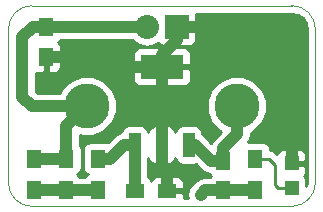
<source format=gtl>
G04 #@! TF.FileFunction,Copper,L1,Top,Signal*
%FSLAX46Y46*%
G04 Gerber Fmt 4.6, Leading zero omitted, Abs format (unit mm)*
G04 Created by KiCad (PCBNEW 0.201506162246+5763~23~ubuntu14.10.1-product) date Thu Jun 18 16:41:26 2015*
%MOMM*%
G01*
G04 APERTURE LIST*
%ADD10C,0.100000*%
%ADD11R,2.032000X2.032000*%
%ADD12O,2.032000X2.032000*%
%ADD13R,3.657600X2.032000*%
%ADD14R,1.016000X2.032000*%
%ADD15R,1.300000X1.500000*%
%ADD16R,1.500000X1.300000*%
%ADD17R,1.198880X1.198880*%
%ADD18R,1.250000X1.500000*%
%ADD19C,3.800000*%
%ADD20C,0.600000*%
%ADD21C,1.000000*%
%ADD22C,0.250000*%
%ADD23C,0.254000*%
G04 APERTURE END LIST*
D10*
X113000000Y-106500000D02*
X113000000Y-93500000D01*
X89000000Y-108500000D02*
X111000000Y-108500000D01*
X87000000Y-93500000D02*
X87000000Y-106500000D01*
X111000000Y-91500000D02*
X89000000Y-91500000D01*
X113000000Y-93500000D02*
G75*
G03X111000000Y-91500000I-2000000J0D01*
G01*
X111000000Y-108500000D02*
G75*
G03X113000000Y-106500000I0J2000000D01*
G01*
X87000000Y-106500000D02*
G75*
G03X89000000Y-108500000I2000000J0D01*
G01*
X89000000Y-91500000D02*
G75*
G03X87000000Y-93500000I0J-2000000D01*
G01*
D11*
X101270000Y-93300000D03*
D12*
X98730000Y-93300000D03*
D13*
X100000000Y-96698000D03*
D14*
X100000000Y-103302000D03*
X102286000Y-103302000D03*
X97714000Y-103302000D03*
D15*
X107900000Y-107150000D03*
X107900000Y-104450000D03*
X89200000Y-104450000D03*
X89200000Y-107150000D03*
X91900000Y-104450000D03*
X91900000Y-107150000D03*
X94600000Y-107150000D03*
X94600000Y-104450000D03*
D16*
X100450000Y-107200000D03*
X97750000Y-107200000D03*
D17*
X111000000Y-104850980D03*
X111000000Y-106949020D03*
D18*
X90200000Y-95850000D03*
X90200000Y-93350000D03*
X105200000Y-104650000D03*
X105200000Y-107150000D03*
D19*
X106350000Y-100000000D03*
X93650000Y-100000000D03*
D20*
X103300000Y-107500000D03*
D21*
X105200000Y-104650000D02*
X105200000Y-103600000D01*
X105200000Y-103600000D02*
X106400000Y-102400000D01*
X106400000Y-102400000D02*
X106400000Y-100000000D01*
X102286000Y-103302000D02*
X102802000Y-103302000D01*
X104150000Y-104650000D02*
X105200000Y-104650000D01*
X102802000Y-103302000D02*
X104150000Y-104650000D01*
X105200000Y-107150000D02*
X103650000Y-107150000D01*
X103650000Y-107150000D02*
X103300000Y-107500000D01*
X91900000Y-104450000D02*
X91900000Y-101700000D01*
X91900000Y-101700000D02*
X93600000Y-100000000D01*
X89200000Y-104450000D02*
X91900000Y-104450000D01*
X90200000Y-93350000D02*
X89050000Y-93350000D01*
X89050000Y-93350000D02*
X88200000Y-94200000D01*
X88200000Y-94200000D02*
X88200000Y-99200000D01*
X88200000Y-99200000D02*
X89000000Y-100000000D01*
X89000000Y-100000000D02*
X93600000Y-100000000D01*
X98730000Y-93300000D02*
X90250000Y-93300000D01*
X90250000Y-93300000D02*
X90200000Y-93350000D01*
X105200000Y-107150000D02*
X107900000Y-107150000D01*
X100000000Y-103302000D02*
X100000000Y-105000000D01*
X100450000Y-105450000D02*
X100450000Y-107200000D01*
X100000000Y-105000000D02*
X100450000Y-105450000D01*
X90200000Y-95850000D02*
X94950000Y-95850000D01*
X95798000Y-96698000D02*
X100000000Y-96698000D01*
X94950000Y-95850000D02*
X95798000Y-96698000D01*
X111000000Y-104850980D02*
X111000000Y-98100000D01*
X106200000Y-93300000D02*
X101270000Y-93300000D01*
X111000000Y-98100000D02*
X106200000Y-93300000D01*
X101270000Y-93300000D02*
X101270000Y-94430000D01*
X101270000Y-94430000D02*
X100000000Y-95700000D01*
X100000000Y-95700000D02*
X100000000Y-96698000D01*
X100000000Y-96698000D02*
X100000000Y-103302000D01*
D22*
X107900000Y-104450000D02*
X109050000Y-104450000D01*
X109849020Y-106949020D02*
X111000000Y-106949020D01*
X109600000Y-106700000D02*
X109849020Y-106949020D01*
X109600000Y-105000000D02*
X109600000Y-106700000D01*
X109050000Y-104450000D02*
X109600000Y-105000000D01*
D21*
X97714000Y-103302000D02*
X97714000Y-107164000D01*
X97714000Y-107164000D02*
X97750000Y-107200000D01*
X94600000Y-104450000D02*
X95650000Y-104450000D01*
X96798000Y-103302000D02*
X97714000Y-103302000D01*
X95650000Y-104450000D02*
X96798000Y-103302000D01*
X91900000Y-107150000D02*
X94600000Y-107150000D01*
X89200000Y-107150000D02*
X91900000Y-107150000D01*
D23*
G36*
X111498094Y-92297497D02*
X111498094Y-92297497D01*
X111920357Y-92579643D01*
X112202503Y-93001906D01*
X112315000Y-93567466D01*
X112315000Y-106432534D01*
X112246880Y-106774996D01*
X112246880Y-106349580D01*
X112199903Y-106107457D01*
X112060113Y-105894653D01*
X112056005Y-105891880D01*
X112137767Y-105810118D01*
X112234440Y-105576729D01*
X112234440Y-105136730D01*
X112075690Y-104977980D01*
X111127000Y-104977980D01*
X111127000Y-104997980D01*
X110873000Y-104997980D01*
X110873000Y-104977980D01*
X110853000Y-104977980D01*
X110853000Y-104723980D01*
X110873000Y-104723980D01*
X110873000Y-103775290D01*
X110714250Y-103616540D01*
X111285750Y-103616540D01*
X111127000Y-103775290D01*
X111127000Y-104723980D01*
X112075690Y-104723980D01*
X112234440Y-104565230D01*
X112234440Y-104125231D01*
X112137767Y-103891842D01*
X111959139Y-103713213D01*
X111725750Y-103616540D01*
X111285750Y-103616540D01*
X110714250Y-103616540D01*
X110714250Y-103616540D01*
X110274250Y-103616540D01*
X110040861Y-103713213D01*
X109862233Y-103891842D01*
X109775657Y-104100855D01*
X109587401Y-103912599D01*
X109340839Y-103747852D01*
X109197440Y-103719328D01*
X109197440Y-103700000D01*
X109150463Y-103457877D01*
X109010673Y-103245073D01*
X108799640Y-103102623D01*
X108550000Y-103052560D01*
X107302797Y-103052560D01*
X107448603Y-102834346D01*
X107535000Y-102400000D01*
X107535000Y-102253242D01*
X107784086Y-102150322D01*
X108497816Y-101437837D01*
X108884559Y-100506455D01*
X108885439Y-99497969D01*
X108500322Y-98565914D01*
X107787837Y-97852184D01*
X106856455Y-97465441D01*
X105847969Y-97464561D01*
X104915914Y-97849678D01*
X104202184Y-98562163D01*
X103815441Y-99493545D01*
X103814561Y-100502031D01*
X104199678Y-101434086D01*
X104912163Y-102147816D01*
X105007475Y-102187393D01*
X104397434Y-102797434D01*
X104199218Y-103094086D01*
X103604566Y-102499434D01*
X103553032Y-102465000D01*
X103441440Y-102390437D01*
X103441440Y-102286000D01*
X103394463Y-102043877D01*
X103254673Y-101831073D01*
X103043640Y-101688623D01*
X102794000Y-101638560D01*
X101778000Y-101638560D01*
X101535877Y-101685537D01*
X101323073Y-101825327D01*
X101180623Y-102036360D01*
X101143000Y-102223968D01*
X101143000Y-102159690D01*
X101046327Y-101926301D01*
X100867698Y-101747673D01*
X100634309Y-101651000D01*
X100285750Y-101651000D01*
X100127000Y-101809750D01*
X100127000Y-103175000D01*
X100147000Y-103175000D01*
X100147000Y-103429000D01*
X100127000Y-103429000D01*
X100127000Y-104794250D01*
X100285750Y-104953000D01*
X100634309Y-104953000D01*
X100867698Y-104856327D01*
X101046327Y-104677699D01*
X101143000Y-104444310D01*
X101143000Y-104382117D01*
X101177537Y-104560123D01*
X101317327Y-104772927D01*
X101528360Y-104915377D01*
X101778000Y-104965440D01*
X102794000Y-104965440D01*
X102849533Y-104954665D01*
X103347434Y-105452566D01*
X103715654Y-105698603D01*
X104056126Y-105766327D01*
X104114327Y-105854927D01*
X104180529Y-105899614D01*
X104120073Y-105939327D01*
X104068993Y-106015000D01*
X103650000Y-106015000D01*
X103215654Y-106101397D01*
X102997936Y-106246872D01*
X102847434Y-106347434D01*
X102497434Y-106697434D01*
X102251397Y-107065655D01*
X102165000Y-107500000D01*
X102227658Y-107815000D01*
X101835000Y-107815000D01*
X101835000Y-107485750D01*
X101676250Y-107327000D01*
X100577000Y-107327000D01*
X100577000Y-107347000D01*
X100323000Y-107347000D01*
X100323000Y-107327000D01*
X100303000Y-107327000D01*
X100303000Y-107073000D01*
X100323000Y-107073000D01*
X100323000Y-106073750D01*
X100164250Y-105915000D01*
X100735750Y-105915000D01*
X100577000Y-106073750D01*
X100577000Y-107073000D01*
X101676250Y-107073000D01*
X101835000Y-106914250D01*
X101835000Y-106423690D01*
X101738327Y-106190301D01*
X101559698Y-106011673D01*
X101326309Y-105915000D01*
X100735750Y-105915000D01*
X100164250Y-105915000D01*
X100164250Y-105915000D01*
X99573691Y-105915000D01*
X99340302Y-106011673D01*
X99161673Y-106190301D01*
X99104453Y-106328442D01*
X99100463Y-106307877D01*
X98960673Y-106095073D01*
X98849000Y-106019692D01*
X98849000Y-104419924D01*
X98857000Y-104380032D01*
X98857000Y-104444310D01*
X98953673Y-104677699D01*
X99132302Y-104856327D01*
X99365691Y-104953000D01*
X99714250Y-104953000D01*
X99873000Y-104794250D01*
X99873000Y-103429000D01*
X99853000Y-103429000D01*
X99853000Y-103175000D01*
X99873000Y-103175000D01*
X99873000Y-101809750D01*
X99714250Y-101651000D01*
X99365691Y-101651000D01*
X99132302Y-101747673D01*
X98953673Y-101926301D01*
X98857000Y-102159690D01*
X98857000Y-102221883D01*
X98822463Y-102043877D01*
X98682673Y-101831073D01*
X98471640Y-101688623D01*
X98222000Y-101638560D01*
X97206000Y-101638560D01*
X96963877Y-101685537D01*
X96751073Y-101825327D01*
X96608623Y-102036360D01*
X96573468Y-102211662D01*
X96363654Y-102253397D01*
X96046968Y-102465000D01*
X95995434Y-102499434D01*
X95410184Y-103084684D01*
X95250000Y-103052560D01*
X93950000Y-103052560D01*
X93707877Y-103099537D01*
X93495073Y-103239327D01*
X93352623Y-103450360D01*
X93302560Y-103700000D01*
X93302560Y-105200000D01*
X93349537Y-105442123D01*
X93489327Y-105654927D01*
X93700360Y-105797377D01*
X93709531Y-105799216D01*
X93707877Y-105799537D01*
X93495073Y-105939327D01*
X93443993Y-106015000D01*
X93056608Y-106015000D01*
X93010673Y-105945073D01*
X92799640Y-105802623D01*
X92790469Y-105800784D01*
X92792123Y-105800463D01*
X93004927Y-105660673D01*
X93147377Y-105449640D01*
X93197440Y-105200000D01*
X93197440Y-103700000D01*
X93150463Y-103457877D01*
X93035000Y-103282106D01*
X93035000Y-102489487D01*
X93143545Y-102534559D01*
X94152031Y-102535439D01*
X95084086Y-102150322D01*
X95797816Y-101437837D01*
X96184559Y-100506455D01*
X96185439Y-99497969D01*
X95800322Y-98565914D01*
X95087837Y-97852184D01*
X94156455Y-97465441D01*
X93147969Y-97464561D01*
X92215914Y-97849678D01*
X91502184Y-98562163D01*
X91376435Y-98865000D01*
X89470132Y-98865000D01*
X89335000Y-98729868D01*
X89335000Y-97187908D01*
X89448690Y-97235000D01*
X89914250Y-97235000D01*
X90073000Y-97076250D01*
X90073000Y-95977000D01*
X90327000Y-95977000D01*
X90327000Y-97076250D01*
X90485750Y-97235000D01*
X90951310Y-97235000D01*
X91184699Y-97138327D01*
X91363327Y-96959698D01*
X91419120Y-96825000D01*
X97694950Y-96825000D01*
X97536200Y-96983750D01*
X97536200Y-97840310D01*
X97632873Y-98073699D01*
X97811502Y-98252327D01*
X98044891Y-98349000D01*
X99714250Y-98349000D01*
X99873000Y-98190250D01*
X99873000Y-96825000D01*
X100127000Y-96825000D01*
X100127000Y-98190250D01*
X100285750Y-98349000D01*
X101955109Y-98349000D01*
X102188498Y-98252327D01*
X102367127Y-98073699D01*
X102463800Y-97840310D01*
X102463800Y-96983750D01*
X102305050Y-96825000D01*
X100127000Y-96825000D01*
X99873000Y-96825000D01*
X99873000Y-96825000D01*
X97694950Y-96825000D01*
X91419120Y-96825000D01*
X91460000Y-96726309D01*
X91460000Y-96135750D01*
X91301250Y-95977000D01*
X90327000Y-95977000D01*
X90073000Y-95977000D01*
X90073000Y-95977000D01*
X90053000Y-95977000D01*
X90053000Y-95723000D01*
X90073000Y-95723000D01*
X90073000Y-95703000D01*
X90327000Y-95703000D01*
X90327000Y-95723000D01*
X91301250Y-95723000D01*
X91460000Y-95564250D01*
X91460000Y-95047000D01*
X98044891Y-95047000D01*
X97811502Y-95143673D01*
X97632873Y-95322301D01*
X97536200Y-95555690D01*
X97536200Y-96412250D01*
X97694950Y-96571000D01*
X99873000Y-96571000D01*
X99873000Y-95205750D01*
X99714250Y-95047000D01*
X100285750Y-95047000D01*
X100127000Y-95205750D01*
X100127000Y-96571000D01*
X102305050Y-96571000D01*
X102463800Y-96412250D01*
X102463800Y-95555690D01*
X102367127Y-95322301D01*
X102188498Y-95143673D01*
X101955109Y-95047000D01*
X100285750Y-95047000D01*
X99714250Y-95047000D01*
X99714250Y-95047000D01*
X98044891Y-95047000D01*
X91460000Y-95047000D01*
X91460000Y-94973691D01*
X91363327Y-94740302D01*
X91221850Y-94598824D01*
X91279927Y-94560673D01*
X91364758Y-94435000D01*
X97519284Y-94435000D01*
X97562567Y-94499778D01*
X98098190Y-94857670D01*
X98730000Y-94983345D01*
X99361810Y-94857670D01*
X99698001Y-94633034D01*
X99715673Y-94675698D01*
X99894301Y-94854327D01*
X100127690Y-94951000D01*
X100984250Y-94951000D01*
X101143000Y-94792250D01*
X101143000Y-93427000D01*
X101397000Y-93427000D01*
X101397000Y-94792250D01*
X101555750Y-94951000D01*
X102412310Y-94951000D01*
X102645699Y-94854327D01*
X102824327Y-94675698D01*
X102921000Y-94442309D01*
X102921000Y-93585750D01*
X102762250Y-93427000D01*
X101397000Y-93427000D01*
X101143000Y-93427000D01*
X101143000Y-93427000D01*
X101123000Y-93427000D01*
X101123000Y-93173000D01*
X101143000Y-93173000D01*
X101143000Y-93153000D01*
X101397000Y-93153000D01*
X101397000Y-93173000D01*
X102762250Y-93173000D01*
X102921000Y-93014250D01*
X102921000Y-92185000D01*
X110932533Y-92185000D01*
X111498094Y-92297497D01*
X111498094Y-92297497D01*
G37*
X111498094Y-92297497D02*
X111498094Y-92297497D01*
X111920357Y-92579643D01*
X112202503Y-93001906D01*
X112315000Y-93567466D01*
X112315000Y-106432534D01*
X112246880Y-106774996D01*
X112246880Y-106349580D01*
X112199903Y-106107457D01*
X112060113Y-105894653D01*
X112056005Y-105891880D01*
X112137767Y-105810118D01*
X112234440Y-105576729D01*
X112234440Y-105136730D01*
X112075690Y-104977980D01*
X111127000Y-104977980D01*
X111127000Y-104997980D01*
X110873000Y-104997980D01*
X110873000Y-104977980D01*
X110853000Y-104977980D01*
X110853000Y-104723980D01*
X110873000Y-104723980D01*
X110873000Y-103775290D01*
X110714250Y-103616540D01*
X111285750Y-103616540D01*
X111127000Y-103775290D01*
X111127000Y-104723980D01*
X112075690Y-104723980D01*
X112234440Y-104565230D01*
X112234440Y-104125231D01*
X112137767Y-103891842D01*
X111959139Y-103713213D01*
X111725750Y-103616540D01*
X111285750Y-103616540D01*
X110714250Y-103616540D01*
X110714250Y-103616540D01*
X110274250Y-103616540D01*
X110040861Y-103713213D01*
X109862233Y-103891842D01*
X109775657Y-104100855D01*
X109587401Y-103912599D01*
X109340839Y-103747852D01*
X109197440Y-103719328D01*
X109197440Y-103700000D01*
X109150463Y-103457877D01*
X109010673Y-103245073D01*
X108799640Y-103102623D01*
X108550000Y-103052560D01*
X107302797Y-103052560D01*
X107448603Y-102834346D01*
X107535000Y-102400000D01*
X107535000Y-102253242D01*
X107784086Y-102150322D01*
X108497816Y-101437837D01*
X108884559Y-100506455D01*
X108885439Y-99497969D01*
X108500322Y-98565914D01*
X107787837Y-97852184D01*
X106856455Y-97465441D01*
X105847969Y-97464561D01*
X104915914Y-97849678D01*
X104202184Y-98562163D01*
X103815441Y-99493545D01*
X103814561Y-100502031D01*
X104199678Y-101434086D01*
X104912163Y-102147816D01*
X105007475Y-102187393D01*
X104397434Y-102797434D01*
X104199218Y-103094086D01*
X103604566Y-102499434D01*
X103553032Y-102465000D01*
X103441440Y-102390437D01*
X103441440Y-102286000D01*
X103394463Y-102043877D01*
X103254673Y-101831073D01*
X103043640Y-101688623D01*
X102794000Y-101638560D01*
X101778000Y-101638560D01*
X101535877Y-101685537D01*
X101323073Y-101825327D01*
X101180623Y-102036360D01*
X101143000Y-102223968D01*
X101143000Y-102159690D01*
X101046327Y-101926301D01*
X100867698Y-101747673D01*
X100634309Y-101651000D01*
X100285750Y-101651000D01*
X100127000Y-101809750D01*
X100127000Y-103175000D01*
X100147000Y-103175000D01*
X100147000Y-103429000D01*
X100127000Y-103429000D01*
X100127000Y-104794250D01*
X100285750Y-104953000D01*
X100634309Y-104953000D01*
X100867698Y-104856327D01*
X101046327Y-104677699D01*
X101143000Y-104444310D01*
X101143000Y-104382117D01*
X101177537Y-104560123D01*
X101317327Y-104772927D01*
X101528360Y-104915377D01*
X101778000Y-104965440D01*
X102794000Y-104965440D01*
X102849533Y-104954665D01*
X103347434Y-105452566D01*
X103715654Y-105698603D01*
X104056126Y-105766327D01*
X104114327Y-105854927D01*
X104180529Y-105899614D01*
X104120073Y-105939327D01*
X104068993Y-106015000D01*
X103650000Y-106015000D01*
X103215654Y-106101397D01*
X102997936Y-106246872D01*
X102847434Y-106347434D01*
X102497434Y-106697434D01*
X102251397Y-107065655D01*
X102165000Y-107500000D01*
X102227658Y-107815000D01*
X101835000Y-107815000D01*
X101835000Y-107485750D01*
X101676250Y-107327000D01*
X100577000Y-107327000D01*
X100577000Y-107347000D01*
X100323000Y-107347000D01*
X100323000Y-107327000D01*
X100303000Y-107327000D01*
X100303000Y-107073000D01*
X100323000Y-107073000D01*
X100323000Y-106073750D01*
X100164250Y-105915000D01*
X100735750Y-105915000D01*
X100577000Y-106073750D01*
X100577000Y-107073000D01*
X101676250Y-107073000D01*
X101835000Y-106914250D01*
X101835000Y-106423690D01*
X101738327Y-106190301D01*
X101559698Y-106011673D01*
X101326309Y-105915000D01*
X100735750Y-105915000D01*
X100164250Y-105915000D01*
X100164250Y-105915000D01*
X99573691Y-105915000D01*
X99340302Y-106011673D01*
X99161673Y-106190301D01*
X99104453Y-106328442D01*
X99100463Y-106307877D01*
X98960673Y-106095073D01*
X98849000Y-106019692D01*
X98849000Y-104419924D01*
X98857000Y-104380032D01*
X98857000Y-104444310D01*
X98953673Y-104677699D01*
X99132302Y-104856327D01*
X99365691Y-104953000D01*
X99714250Y-104953000D01*
X99873000Y-104794250D01*
X99873000Y-103429000D01*
X99853000Y-103429000D01*
X99853000Y-103175000D01*
X99873000Y-103175000D01*
X99873000Y-101809750D01*
X99714250Y-101651000D01*
X99365691Y-101651000D01*
X99132302Y-101747673D01*
X98953673Y-101926301D01*
X98857000Y-102159690D01*
X98857000Y-102221883D01*
X98822463Y-102043877D01*
X98682673Y-101831073D01*
X98471640Y-101688623D01*
X98222000Y-101638560D01*
X97206000Y-101638560D01*
X96963877Y-101685537D01*
X96751073Y-101825327D01*
X96608623Y-102036360D01*
X96573468Y-102211662D01*
X96363654Y-102253397D01*
X96046968Y-102465000D01*
X95995434Y-102499434D01*
X95410184Y-103084684D01*
X95250000Y-103052560D01*
X93950000Y-103052560D01*
X93707877Y-103099537D01*
X93495073Y-103239327D01*
X93352623Y-103450360D01*
X93302560Y-103700000D01*
X93302560Y-105200000D01*
X93349537Y-105442123D01*
X93489327Y-105654927D01*
X93700360Y-105797377D01*
X93709531Y-105799216D01*
X93707877Y-105799537D01*
X93495073Y-105939327D01*
X93443993Y-106015000D01*
X93056608Y-106015000D01*
X93010673Y-105945073D01*
X92799640Y-105802623D01*
X92790469Y-105800784D01*
X92792123Y-105800463D01*
X93004927Y-105660673D01*
X93147377Y-105449640D01*
X93197440Y-105200000D01*
X93197440Y-103700000D01*
X93150463Y-103457877D01*
X93035000Y-103282106D01*
X93035000Y-102489487D01*
X93143545Y-102534559D01*
X94152031Y-102535439D01*
X95084086Y-102150322D01*
X95797816Y-101437837D01*
X96184559Y-100506455D01*
X96185439Y-99497969D01*
X95800322Y-98565914D01*
X95087837Y-97852184D01*
X94156455Y-97465441D01*
X93147969Y-97464561D01*
X92215914Y-97849678D01*
X91502184Y-98562163D01*
X91376435Y-98865000D01*
X89470132Y-98865000D01*
X89335000Y-98729868D01*
X89335000Y-97187908D01*
X89448690Y-97235000D01*
X89914250Y-97235000D01*
X90073000Y-97076250D01*
X90073000Y-95977000D01*
X90327000Y-95977000D01*
X90327000Y-97076250D01*
X90485750Y-97235000D01*
X90951310Y-97235000D01*
X91184699Y-97138327D01*
X91363327Y-96959698D01*
X91419120Y-96825000D01*
X97694950Y-96825000D01*
X97536200Y-96983750D01*
X97536200Y-97840310D01*
X97632873Y-98073699D01*
X97811502Y-98252327D01*
X98044891Y-98349000D01*
X99714250Y-98349000D01*
X99873000Y-98190250D01*
X99873000Y-96825000D01*
X100127000Y-96825000D01*
X100127000Y-98190250D01*
X100285750Y-98349000D01*
X101955109Y-98349000D01*
X102188498Y-98252327D01*
X102367127Y-98073699D01*
X102463800Y-97840310D01*
X102463800Y-96983750D01*
X102305050Y-96825000D01*
X100127000Y-96825000D01*
X99873000Y-96825000D01*
X99873000Y-96825000D01*
X97694950Y-96825000D01*
X91419120Y-96825000D01*
X91460000Y-96726309D01*
X91460000Y-96135750D01*
X91301250Y-95977000D01*
X90327000Y-95977000D01*
X90073000Y-95977000D01*
X90073000Y-95977000D01*
X90053000Y-95977000D01*
X90053000Y-95723000D01*
X90073000Y-95723000D01*
X90073000Y-95703000D01*
X90327000Y-95703000D01*
X90327000Y-95723000D01*
X91301250Y-95723000D01*
X91460000Y-95564250D01*
X91460000Y-95047000D01*
X98044891Y-95047000D01*
X97811502Y-95143673D01*
X97632873Y-95322301D01*
X97536200Y-95555690D01*
X97536200Y-96412250D01*
X97694950Y-96571000D01*
X99873000Y-96571000D01*
X99873000Y-95205750D01*
X99714250Y-95047000D01*
X100285750Y-95047000D01*
X100127000Y-95205750D01*
X100127000Y-96571000D01*
X102305050Y-96571000D01*
X102463800Y-96412250D01*
X102463800Y-95555690D01*
X102367127Y-95322301D01*
X102188498Y-95143673D01*
X101955109Y-95047000D01*
X100285750Y-95047000D01*
X99714250Y-95047000D01*
X99714250Y-95047000D01*
X98044891Y-95047000D01*
X91460000Y-95047000D01*
X91460000Y-94973691D01*
X91363327Y-94740302D01*
X91221850Y-94598824D01*
X91279927Y-94560673D01*
X91364758Y-94435000D01*
X97519284Y-94435000D01*
X97562567Y-94499778D01*
X98098190Y-94857670D01*
X98730000Y-94983345D01*
X99361810Y-94857670D01*
X99698001Y-94633034D01*
X99715673Y-94675698D01*
X99894301Y-94854327D01*
X100127690Y-94951000D01*
X100984250Y-94951000D01*
X101143000Y-94792250D01*
X101143000Y-93427000D01*
X101397000Y-93427000D01*
X101397000Y-94792250D01*
X101555750Y-94951000D01*
X102412310Y-94951000D01*
X102645699Y-94854327D01*
X102824327Y-94675698D01*
X102921000Y-94442309D01*
X102921000Y-93585750D01*
X102762250Y-93427000D01*
X101397000Y-93427000D01*
X101143000Y-93427000D01*
X101143000Y-93427000D01*
X101123000Y-93427000D01*
X101123000Y-93173000D01*
X101143000Y-93173000D01*
X101143000Y-93153000D01*
X101397000Y-93153000D01*
X101397000Y-93173000D01*
X102762250Y-93173000D01*
X102921000Y-93014250D01*
X102921000Y-92185000D01*
X110932533Y-92185000D01*
X111498094Y-92297497D01*
M02*

</source>
